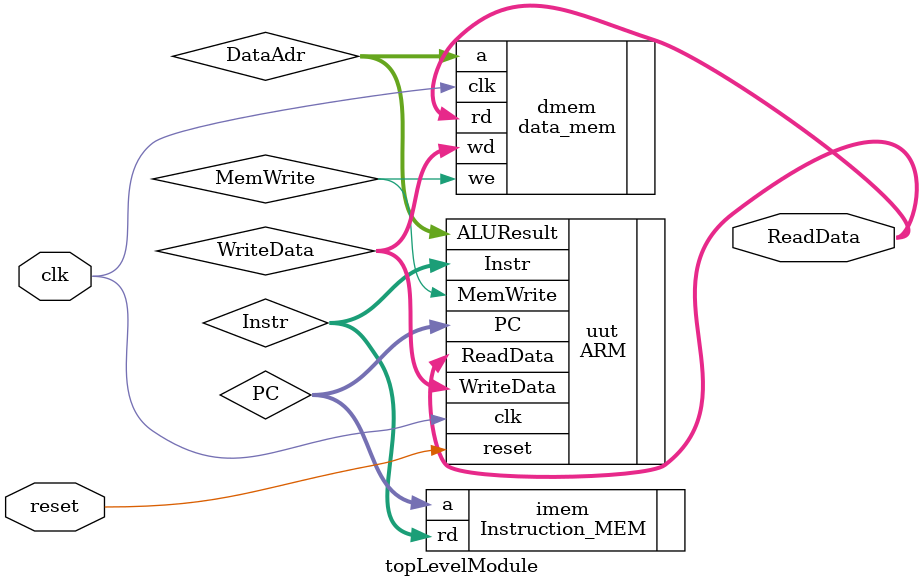
<source format=v>
`timescale 1ns / 1ps
 module topLevelModule(input  clk, reset,
							  output [31:0] ReadData);	
		
		wire [31:0]  Instr, ReadData, WriteData;
		wire [31:0]  DataAdr,PC;
		wire MemWrite;					
		// instantiate processor and memories
		Instruction_MEM imem (
			.a(PC), 
			.rd(Instr)
		);
		
		ARM uut (
		.clk(clk), 
		.reset(reset), 
		.PC(PC), 
		.Instr(Instr), 
		.MemWrite(MemWrite), 
		.ALUResult(DataAdr), 
		.WriteData(WriteData), 
		.ReadData(ReadData)
	);
		data_mem dmem (
			.clk(clk), 
			.we(MemWrite), 
			.a(DataAdr), 
			.wd(WriteData), 
			.rd(ReadData)
		);
endmodule 
</source>
